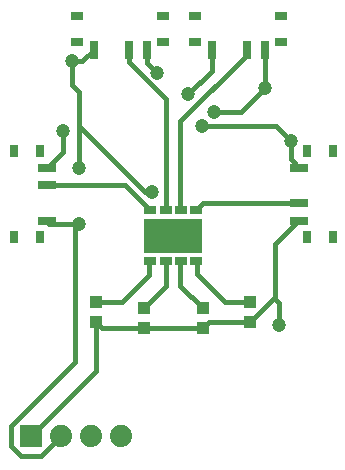
<source format=gbl>
G75*
G70*
%OFA0B0*%
%FSLAX24Y24*%
%IPPOS*%
%LPD*%
%AMOC8*
5,1,8,0,0,1.08239X$1,22.5*
%
%ADD10R,0.0740X0.0740*%
%ADD11C,0.0740*%
%ADD12R,0.0591X0.0276*%
%ADD13R,0.0315X0.0394*%
%ADD14R,0.0276X0.0591*%
%ADD15R,0.0394X0.0315*%
%ADD16R,0.0433X0.0394*%
%ADD17R,0.1969X0.1142*%
%ADD18R,0.0441X0.0276*%
%ADD19R,0.0394X0.0276*%
%ADD20C,0.0472*%
%ADD21C,0.0160*%
D10*
X001281Y001675D03*
D11*
X002281Y001675D03*
X003281Y001675D03*
X004281Y001675D03*
D12*
X001813Y008860D03*
X001813Y010041D03*
X001813Y010631D03*
X010198Y010631D03*
X010198Y009450D03*
X010198Y008860D03*
D13*
X010454Y008309D03*
X011320Y008309D03*
X011320Y011183D03*
X010454Y011183D03*
X001557Y011183D03*
X000691Y011183D03*
X000691Y008309D03*
X001557Y008309D03*
D14*
X003352Y014572D03*
X004533Y014572D03*
X005124Y014572D03*
X007285Y014569D03*
X008466Y014569D03*
X009057Y014569D03*
D15*
X009608Y014824D03*
X009608Y015691D03*
X006734Y015691D03*
X006734Y014824D03*
X005675Y014828D03*
X005675Y015694D03*
X002801Y015694D03*
X002801Y014828D03*
D16*
X003446Y006143D03*
X003446Y005474D03*
X005021Y005277D03*
X005021Y005946D03*
X006990Y005946D03*
X006990Y005277D03*
X008565Y005474D03*
X008565Y006143D03*
D17*
X006006Y008368D03*
D18*
X006769Y009214D03*
X006769Y007521D03*
X005242Y007521D03*
X005242Y009214D03*
D19*
X005757Y009214D03*
X006254Y009214D03*
X006254Y007521D03*
X005757Y007521D03*
D20*
X005293Y009809D03*
X006978Y012037D03*
X007383Y012502D03*
X006502Y013076D03*
X005470Y013789D03*
X002856Y010631D03*
X002324Y011872D03*
X002620Y014175D03*
X002856Y008761D03*
X009057Y013305D03*
X009943Y011517D03*
X009533Y005395D03*
D21*
X000946Y001009D02*
X000588Y001368D01*
X000588Y002017D01*
X002730Y004159D01*
X002730Y008635D01*
X002856Y008761D01*
X001872Y008761D01*
X001813Y008860D01*
X001813Y010041D02*
X004415Y010041D01*
X005242Y009214D01*
X005293Y009809D02*
X005076Y009809D01*
X002856Y012029D01*
X002856Y013155D01*
X002620Y013391D01*
X002620Y014175D01*
X002954Y014175D01*
X003352Y014572D01*
X004533Y014572D02*
X004533Y014155D01*
X005761Y012927D01*
X005761Y009218D01*
X005757Y009214D01*
X006246Y009222D02*
X006254Y009214D01*
X006246Y009222D02*
X006246Y012179D01*
X008466Y014399D01*
X008466Y014569D01*
X009057Y014569D02*
X009057Y013305D01*
X008254Y012502D01*
X007383Y012502D01*
X006978Y012037D02*
X009423Y012037D01*
X009943Y011517D01*
X009943Y010927D01*
X010198Y010631D01*
X010198Y009450D02*
X007006Y009450D01*
X006769Y009214D01*
X006769Y007521D02*
X006793Y007498D01*
X006793Y007100D01*
X007750Y006143D01*
X008565Y006143D01*
X008565Y005474D02*
X007187Y005474D01*
X006990Y005277D01*
X005021Y005277D01*
X003643Y005277D01*
X003446Y005474D01*
X003446Y003840D01*
X001281Y001675D01*
X001604Y001009D02*
X000946Y001009D01*
X001604Y001009D02*
X002269Y001675D01*
X002281Y001675D01*
X005021Y005946D02*
X005757Y006683D01*
X005757Y007521D01*
X006246Y007462D02*
X006246Y006691D01*
X006990Y005946D01*
X006246Y007462D02*
X006254Y007470D01*
X006254Y007521D01*
X005242Y007521D02*
X005214Y007494D01*
X005214Y007061D01*
X004297Y006143D01*
X003446Y006143D01*
X002856Y010631D02*
X002856Y012029D01*
X002324Y011872D02*
X002324Y011163D01*
X001793Y010631D01*
X001813Y010631D01*
X005124Y014135D02*
X005470Y013789D01*
X005124Y014135D02*
X005124Y014572D01*
X006502Y013076D02*
X007285Y013860D01*
X007285Y014569D01*
X010167Y008860D02*
X009399Y008092D01*
X009399Y006309D01*
X009366Y006275D01*
X009533Y006108D01*
X009533Y005395D01*
X009366Y006275D02*
X008565Y005474D01*
X010167Y008860D02*
X010198Y008860D01*
M02*

</source>
